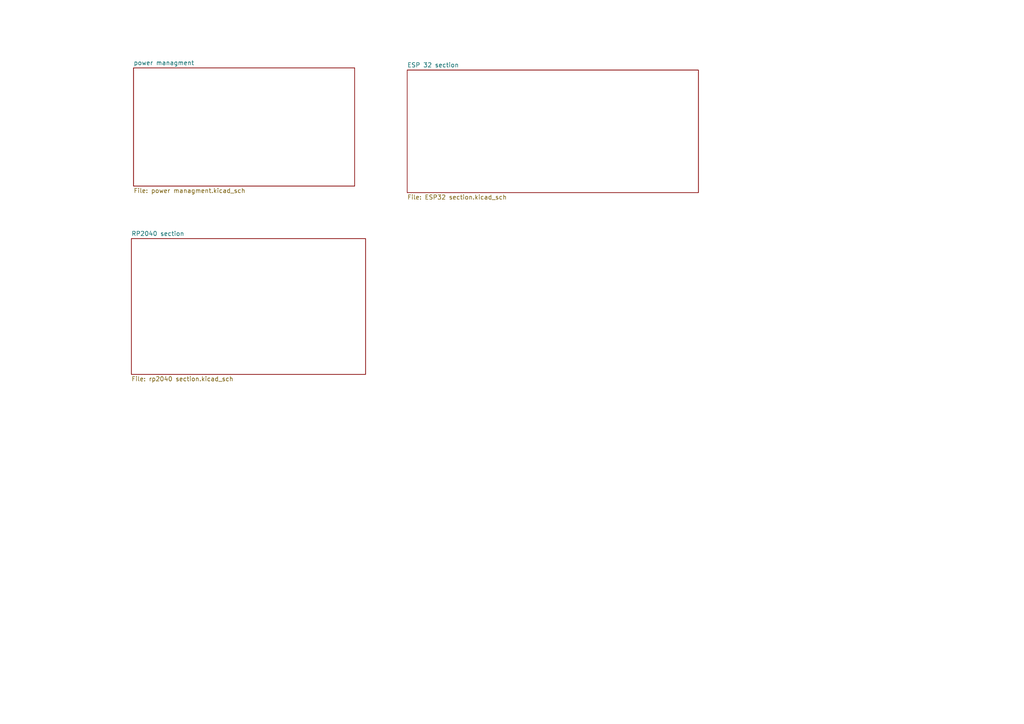
<source format=kicad_sch>
(kicad_sch
	(version 20231120)
	(generator "eeschema")
	(generator_version "8.0")
	(uuid "4fefffc5-b577-4f4a-9ede-53ada2aa57cf")
	(paper "A4")
	(title_block
		(title "Dough fligth computer ")
		(date "2024-05-01")
		(rev "V0.1")
		(company "RPDev")
	)
	(lib_symbols)
	(sheet
		(at 38.735 19.685)
		(size 64.135 34.29)
		(fields_autoplaced yes)
		(stroke
			(width 0.1524)
			(type solid)
		)
		(fill
			(color 0 0 0 0.0000)
		)
		(uuid "08c9ad00-8b9f-403f-bc65-de9bd24649a1")
		(property "Sheetname" "power managment"
			(at 38.735 18.9734 0)
			(effects
				(font
					(size 1.27 1.27)
				)
				(justify left bottom)
			)
		)
		(property "Sheetfile" "power managment.kicad_sch"
			(at 38.735 54.5596 0)
			(effects
				(font
					(size 1.27 1.27)
				)
				(justify left top)
			)
		)
		(instances
			(project "dough"
				(path "/4fefffc5-b577-4f4a-9ede-53ada2aa57cf"
					(page "2")
				)
			)
		)
	)
	(sheet
		(at 118.11 20.32)
		(size 84.455 35.56)
		(fields_autoplaced yes)
		(stroke
			(width 0.1524)
			(type solid)
		)
		(fill
			(color 0 0 0 0.0000)
		)
		(uuid "22e4c3eb-dc28-4f86-950b-d0bb031ef536")
		(property "Sheetname" "ESP 32 section"
			(at 118.11 19.6084 0)
			(effects
				(font
					(size 1.27 1.27)
				)
				(justify left bottom)
			)
		)
		(property "Sheetfile" "ESP32 section.kicad_sch"
			(at 118.11 56.4646 0)
			(effects
				(font
					(size 1.27 1.27)
				)
				(justify left top)
			)
		)
		(instances
			(project "dough"
				(path "/4fefffc5-b577-4f4a-9ede-53ada2aa57cf"
					(page "4")
				)
			)
		)
	)
	(sheet
		(at 38.1 69.215)
		(size 67.945 39.37)
		(fields_autoplaced yes)
		(stroke
			(width 0.1524)
			(type solid)
		)
		(fill
			(color 0 0 0 0.0000)
		)
		(uuid "ead411db-855b-49b3-973c-12a7f8331e1f")
		(property "Sheetname" "RP2040 section"
			(at 38.1 68.5034 0)
			(effects
				(font
					(size 1.27 1.27)
				)
				(justify left bottom)
			)
		)
		(property "Sheetfile" "rp2040 section.kicad_sch"
			(at 38.1 109.1696 0)
			(effects
				(font
					(size 1.27 1.27)
				)
				(justify left top)
			)
		)
		(instances
			(project "dough"
				(path "/4fefffc5-b577-4f4a-9ede-53ada2aa57cf"
					(page "3")
				)
			)
		)
	)
	(sheet_instances
		(path "/"
			(page "1")
		)
	)
)

</source>
